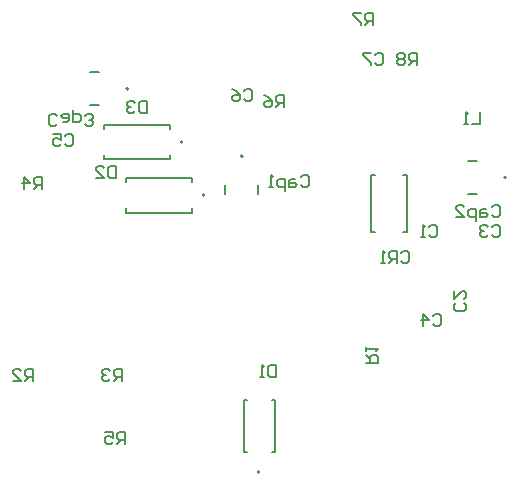
<source format=gbo>
G04*
G04 #@! TF.GenerationSoftware,Altium Limited,Altium Designer,23.2.1 (34)*
G04*
G04 Layer_Color=32896*
%FSLAX44Y44*%
%MOMM*%
G71*
G04*
G04 #@! TF.SameCoordinates,42A8F1EF-7107-4BB4-9A72-9FAECD8FE37F*
G04*
G04*
G04 #@! TF.FilePolarity,Positive*
G04*
G01*
G75*
%ADD11C,0.2000*%
%ADD12C,0.1524*%
%ADD14C,0.1270*%
D11*
X-31450Y150000D02*
G03*
X-31450Y150000I-1000J0D01*
G01*
X-50050Y195000D02*
G03*
X-50050Y195000I-1000J0D01*
G01*
X-96000Y240000D02*
G03*
X-96000Y240000I-1000J0D01*
G01*
X224000Y165000D02*
G03*
X224000Y165000I-1000J0D01*
G01*
X1000Y183000D02*
G03*
X1000Y183000I-1000J0D01*
G01*
X15000Y-84420D02*
G03*
X15000Y-84420I-1000J0D01*
G01*
D12*
X109760Y119185D02*
X113164D01*
X136836D02*
X140240D01*
Y166683D01*
X109760D02*
X113164D01*
X109760Y119185D02*
Y166683D01*
X136836D02*
X140240D01*
X148464Y259922D02*
Y270078D01*
X143386D01*
X141693Y268386D01*
Y265000D01*
X143386Y263307D01*
X148464D01*
X145078D02*
X141693Y259922D01*
X138307Y268386D02*
X136614Y270078D01*
X133229D01*
X131536Y268386D01*
Y266693D01*
X133229Y265000D01*
X131536Y263307D01*
Y261614D01*
X133229Y259922D01*
X136614D01*
X138307Y261614D01*
Y263307D01*
X136614Y265000D01*
X138307Y266693D01*
Y268386D01*
X136614Y265000D02*
X133229D01*
X110774Y294380D02*
Y304537D01*
X105696D01*
X104003Y302844D01*
Y299458D01*
X105696Y297766D01*
X110774D01*
X107388D02*
X104003Y294380D01*
X100617Y304537D02*
X93846D01*
Y302844D01*
X100617Y296073D01*
Y294380D01*
X35590Y224530D02*
Y234687D01*
X30512D01*
X28819Y232994D01*
Y229608D01*
X30512Y227916D01*
X35590D01*
X32204D02*
X28819Y224530D01*
X18662Y234687D02*
X22048Y232994D01*
X25433Y229608D01*
Y226223D01*
X23740Y224530D01*
X20355D01*
X18662Y226223D01*
Y227916D01*
X20355Y229608D01*
X25433D01*
X-98776Y-60458D02*
Y-50301D01*
X-103854D01*
X-105547Y-51994D01*
Y-55380D01*
X-103854Y-57072D01*
X-98776D01*
X-102162D02*
X-105547Y-60458D01*
X-115704Y-50301D02*
X-108933D01*
Y-55380D01*
X-112318Y-53687D01*
X-114011D01*
X-115704Y-55380D01*
Y-58765D01*
X-114011Y-60458D01*
X-110625D01*
X-108933Y-58765D01*
X-168886Y154922D02*
Y165078D01*
X-173964D01*
X-175657Y163386D01*
Y160000D01*
X-173964Y158307D01*
X-168886D01*
X-172272D02*
X-175657Y154922D01*
X-184121D02*
Y165078D01*
X-179043Y160000D01*
X-185814D01*
X-101536Y-7428D02*
Y2728D01*
X-106614D01*
X-108307Y1036D01*
Y-2350D01*
X-106614Y-4043D01*
X-101536D01*
X-104922D02*
X-108307Y-7428D01*
X-111693Y1036D02*
X-113386Y2728D01*
X-116771D01*
X-118464Y1036D01*
Y-657D01*
X-116771Y-2350D01*
X-115078D01*
X-116771D01*
X-118464Y-4043D01*
Y-5736D01*
X-116771Y-7428D01*
X-113386D01*
X-111693Y-5736D01*
X-176536Y-7428D02*
Y2728D01*
X-181614D01*
X-183307Y1036D01*
Y-2350D01*
X-181614Y-4043D01*
X-176536D01*
X-179922D02*
X-183307Y-7428D01*
X-193464D02*
X-186693D01*
X-193464Y-657D01*
Y1036D01*
X-191771Y2728D01*
X-188386D01*
X-186693Y1036D01*
X104922Y8229D02*
X115078D01*
Y13307D01*
X113386Y15000D01*
X110000D01*
X108307Y13307D01*
Y8229D01*
Y11614D02*
X104922Y15000D01*
Y18386D02*
Y21771D01*
Y20078D01*
X115078D01*
X113386Y18386D01*
X201771Y220078D02*
Y209922D01*
X195000D01*
X191614D02*
X188229D01*
X189922D01*
Y220078D01*
X191614Y218386D01*
X-80136Y230078D02*
Y219922D01*
X-85214D01*
X-86907Y221614D01*
Y228386D01*
X-85214Y230078D01*
X-80136D01*
X-90293Y228386D02*
X-91986Y230078D01*
X-95371D01*
X-97064Y228386D01*
Y226693D01*
X-95371Y225000D01*
X-93678D01*
X-95371D01*
X-97064Y223307D01*
Y221614D01*
X-95371Y219922D01*
X-91986D01*
X-90293Y221614D01*
X-106536Y175078D02*
Y164922D01*
X-111614D01*
X-113307Y166614D01*
Y173386D01*
X-111614Y175078D01*
X-106536D01*
X-123464Y164922D02*
X-116693D01*
X-123464Y171693D01*
Y173386D01*
X-121771Y175078D01*
X-118386D01*
X-116693Y173386D01*
X28986Y5833D02*
Y-4324D01*
X23908D01*
X22215Y-2631D01*
Y4140D01*
X23908Y5833D01*
X28986D01*
X18829Y-4324D02*
X15444D01*
X17136D01*
Y5833D01*
X18829Y4140D01*
X135078Y101319D02*
X136771Y103012D01*
X140157D01*
X141849Y101319D01*
Y94548D01*
X140157Y92855D01*
X136771D01*
X135078Y94548D01*
X131693Y92855D02*
Y103012D01*
X126614D01*
X124922Y101319D01*
Y97934D01*
X126614Y96241D01*
X131693D01*
X128307D02*
X124922Y92855D01*
X121536D02*
X118151D01*
X119843D01*
Y103012D01*
X121536Y101319D01*
X-156849Y209922D02*
X-158542Y208229D01*
X-161928D01*
X-163621Y209922D01*
Y216693D01*
X-161928Y218386D01*
X-158542D01*
X-156849Y216693D01*
X-151771Y211614D02*
X-148386D01*
X-146693Y213307D01*
Y218386D01*
X-151771D01*
X-153464Y216693D01*
X-151771Y215000D01*
X-146693D01*
X-143307Y221771D02*
Y211614D01*
X-138229D01*
X-136536Y213307D01*
Y216693D01*
X-138229Y218386D01*
X-143307D01*
X-133151Y209922D02*
X-131458Y208229D01*
X-128072D01*
X-126379Y209922D01*
Y211614D01*
X-128072Y213307D01*
X-129765D01*
X-128072D01*
X-126379Y215000D01*
Y216693D01*
X-128072Y218386D01*
X-131458D01*
X-133151Y216693D01*
X211849Y140078D02*
X213542Y141771D01*
X216928D01*
X218621Y140078D01*
Y133307D01*
X216928Y131614D01*
X213542D01*
X211849Y133307D01*
X206771Y138386D02*
X203386D01*
X201693Y136693D01*
Y131614D01*
X206771D01*
X208464Y133307D01*
X206771Y135000D01*
X201693D01*
X198307Y128229D02*
Y138386D01*
X193229D01*
X191536Y136693D01*
Y133307D01*
X193229Y131614D01*
X198307D01*
X181379D02*
X188150D01*
X181379Y138386D01*
Y140078D01*
X183072Y141771D01*
X186458D01*
X188150Y140078D01*
X50157Y165078D02*
X51849Y166771D01*
X55235D01*
X56928Y165078D01*
Y158307D01*
X55235Y156614D01*
X51849D01*
X50157Y158307D01*
X45078Y163386D02*
X41693D01*
X40000Y161693D01*
Y156614D01*
X45078D01*
X46771Y158307D01*
X45078Y160000D01*
X40000D01*
X36614Y153229D02*
Y163386D01*
X31536D01*
X29843Y161693D01*
Y158307D01*
X31536Y156614D01*
X36614D01*
X26458D02*
X23072D01*
X24765D01*
Y166771D01*
X26458Y165078D01*
X112803Y268386D02*
X114496Y270078D01*
X117881D01*
X119574Y268386D01*
Y261614D01*
X117881Y259922D01*
X114496D01*
X112803Y261614D01*
X109417Y270078D02*
X102646D01*
Y268386D01*
X109417Y261614D01*
Y259922D01*
X1895Y237820D02*
X3588Y239513D01*
X6973D01*
X8666Y237820D01*
Y231049D01*
X6973Y229356D01*
X3588D01*
X1895Y231049D01*
X-8262Y239513D02*
X-4876Y237820D01*
X-1491Y234434D01*
Y231049D01*
X-3183Y229356D01*
X-6569D01*
X-8262Y231049D01*
Y232742D01*
X-6569Y234434D01*
X-1491D01*
X-149997Y200228D02*
X-148304Y201921D01*
X-144919D01*
X-143226Y200228D01*
Y193457D01*
X-144919Y191764D01*
X-148304D01*
X-149997Y193457D01*
X-160154Y201921D02*
X-153383D01*
Y196842D01*
X-156768Y198535D01*
X-158461D01*
X-160154Y196842D01*
Y193457D01*
X-158461Y191764D01*
X-155076D01*
X-153383Y193457D01*
X161915Y47828D02*
X163608Y49521D01*
X166993D01*
X168686Y47828D01*
Y41057D01*
X166993Y39364D01*
X163608D01*
X161915Y41057D01*
X153451Y39364D02*
Y49521D01*
X158529Y44442D01*
X151758D01*
X211445Y122758D02*
X213138Y124451D01*
X216523D01*
X218216Y122758D01*
Y115987D01*
X216523Y114294D01*
X213138D01*
X211445Y115987D01*
X208059Y122758D02*
X206367Y124451D01*
X202981D01*
X201288Y122758D01*
Y121065D01*
X202981Y119372D01*
X204674D01*
X202981D01*
X201288Y117680D01*
Y115987D01*
X202981Y114294D01*
X206367D01*
X208059Y115987D01*
X188386Y58307D02*
X190078Y56614D01*
Y53229D01*
X188386Y51536D01*
X181614D01*
X179922Y53229D01*
Y56614D01*
X181614Y58307D01*
X179922Y68464D02*
Y61693D01*
X186693Y68464D01*
X188386D01*
X190078Y66771D01*
Y63386D01*
X188386Y61693D01*
X158105Y122758D02*
X159798Y124451D01*
X163183D01*
X164876Y122758D01*
Y115987D01*
X163183Y114294D01*
X159798D01*
X158105Y115987D01*
X154719Y114294D02*
X151334D01*
X153027D01*
Y124451D01*
X154719Y122758D01*
D14*
X-42000Y161000D02*
Y164750D01*
X-98000D02*
X-42000D01*
X-98000Y161000D02*
Y164750D01*
Y135250D02*
Y139000D01*
Y135250D02*
X-42000D01*
Y139000D01*
X-60600Y206000D02*
Y209750D01*
X-116600D02*
X-60600D01*
X-116600Y206000D02*
Y209750D01*
Y180250D02*
Y184000D01*
Y180250D02*
X-60600D01*
Y184000D01*
X-128800Y254000D02*
X-121200D01*
X-128800Y226000D02*
X-121200D01*
X191200Y151000D02*
X198800D01*
X191200Y179000D02*
X198800D01*
X14000Y151200D02*
Y158800D01*
X-14000Y151200D02*
Y158800D01*
X27800Y-67070D02*
Y-23770D01*
X2200Y-67070D02*
Y-23770D01*
X4300D01*
X25700D02*
X27800D01*
X2200Y-67070D02*
X4300D01*
X25700D02*
X27800D01*
M02*

</source>
